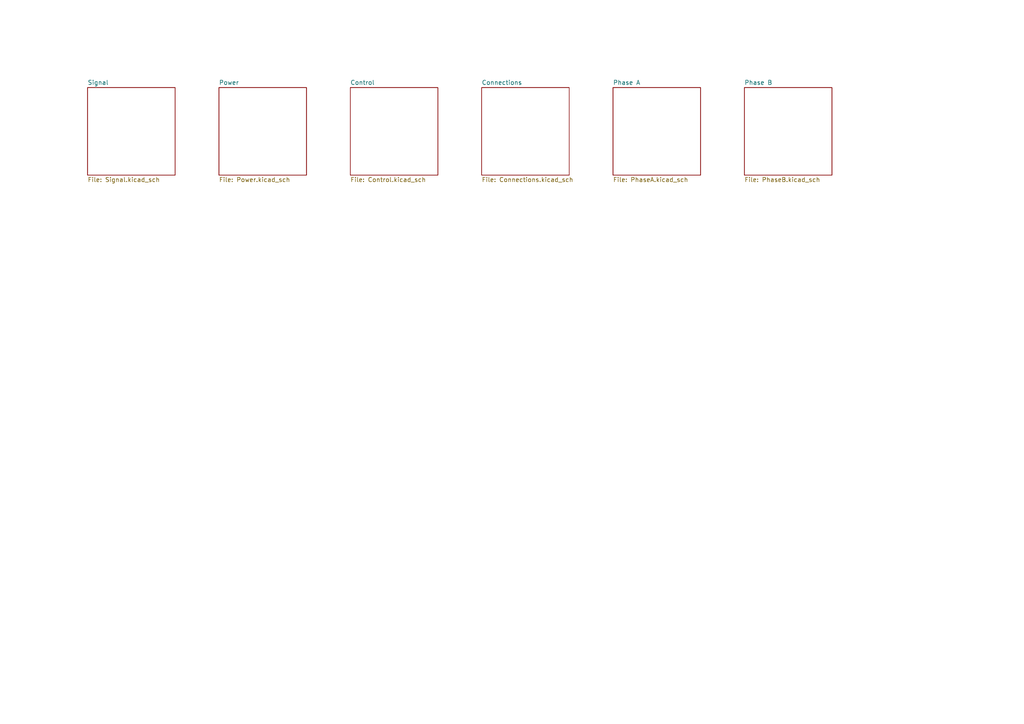
<source format=kicad_sch>
(kicad_sch
	(version 20250114)
	(generator "eeschema")
	(generator_version "9.0")
	(uuid "2b0bf6ef-6fb8-4b0f-8d72-c07d92ef1505")
	(paper "A4")
	(title_block
		(title "5kw Modular Traction Inverter Boost Converter")
		(date "2025-02-02")
		(rev "1")
		(company "Rail Vehicle Traction Inverter")
		(comment 1 "UCSC")
	)
	(lib_symbols)
	(sheet
		(at 101.6 25.4)
		(size 25.4 25.4)
		(exclude_from_sim no)
		(in_bom yes)
		(on_board yes)
		(dnp no)
		(fields_autoplaced yes)
		(stroke
			(width 0.1524)
			(type solid)
		)
		(fill
			(color 0 0 0 0.0000)
		)
		(uuid "37ee3ee0-aab0-4eff-92c8-47a0e2ab7113")
		(property "Sheetname" "Control"
			(at 101.6 24.6884 0)
			(effects
				(font
					(size 1.27 1.27)
				)
				(justify left bottom)
			)
		)
		(property "Sheetfile" "Control.kicad_sch"
			(at 101.6 51.3846 0)
			(effects
				(font
					(size 1.27 1.27)
				)
				(justify left top)
			)
		)
		(instances
			(project "InverterBoostConverter_v2"
				(path "/2b0bf6ef-6fb8-4b0f-8d72-c07d92ef1505"
					(page "4")
				)
			)
		)
	)
	(sheet
		(at 25.4 25.4)
		(size 25.4 25.4)
		(exclude_from_sim no)
		(in_bom yes)
		(on_board yes)
		(dnp no)
		(fields_autoplaced yes)
		(stroke
			(width 0.1524)
			(type solid)
		)
		(fill
			(color 0 0 0 0.0000)
		)
		(uuid "527e7d2b-3639-4aaf-83b8-d008756c8827")
		(property "Sheetname" "Signal"
			(at 25.4 24.6884 0)
			(effects
				(font
					(size 1.27 1.27)
				)
				(justify left bottom)
			)
		)
		(property "Sheetfile" "Signal.kicad_sch"
			(at 25.4 51.3846 0)
			(effects
				(font
					(size 1.27 1.27)
				)
				(justify left top)
			)
		)
		(instances
			(project "InverterBoostConverter_v2"
				(path "/2b0bf6ef-6fb8-4b0f-8d72-c07d92ef1505"
					(page "3")
				)
			)
		)
	)
	(sheet
		(at 215.9 25.4)
		(size 25.4 25.4)
		(exclude_from_sim no)
		(in_bom yes)
		(on_board yes)
		(dnp no)
		(fields_autoplaced yes)
		(stroke
			(width 0.1524)
			(type solid)
		)
		(fill
			(color 0 0 0 0.0000)
		)
		(uuid "6b8c86c7-5ef6-49d8-97f5-34ef0211a71f")
		(property "Sheetname" "Phase B"
			(at 215.9 24.6884 0)
			(effects
				(font
					(size 1.27 1.27)
				)
				(justify left bottom)
			)
		)
		(property "Sheetfile" "PhaseB.kicad_sch"
			(at 215.9 51.3846 0)
			(effects
				(font
					(size 1.27 1.27)
				)
				(justify left top)
			)
		)
		(instances
			(project "InverterBoostConverter_v2"
				(path "/2b0bf6ef-6fb8-4b0f-8d72-c07d92ef1505"
					(page "7")
				)
			)
		)
	)
	(sheet
		(at 139.7 25.4)
		(size 25.4 25.4)
		(exclude_from_sim no)
		(in_bom yes)
		(on_board yes)
		(dnp no)
		(fields_autoplaced yes)
		(stroke
			(width 0.1524)
			(type solid)
		)
		(fill
			(color 0 0 0 0.0000)
		)
		(uuid "82f7fab8-cbd5-42d4-beb1-f98996b2f032")
		(property "Sheetname" "Connections"
			(at 139.7 24.6884 0)
			(effects
				(font
					(size 1.27 1.27)
				)
				(justify left bottom)
			)
		)
		(property "Sheetfile" "Connections.kicad_sch"
			(at 139.7 51.3846 0)
			(effects
				(font
					(size 1.27 1.27)
				)
				(justify left top)
			)
		)
		(instances
			(project "InverterBoostConverter_v2"
				(path "/2b0bf6ef-6fb8-4b0f-8d72-c07d92ef1505"
					(page "5")
				)
			)
		)
	)
	(sheet
		(at 177.8 25.4)
		(size 25.4 25.4)
		(exclude_from_sim no)
		(in_bom yes)
		(on_board yes)
		(dnp no)
		(fields_autoplaced yes)
		(stroke
			(width 0.1524)
			(type solid)
		)
		(fill
			(color 0 0 0 0.0000)
		)
		(uuid "d364237d-c309-45a0-8ad7-401a789ba93d")
		(property "Sheetname" "Phase A"
			(at 177.8 24.6884 0)
			(effects
				(font
					(size 1.27 1.27)
				)
				(justify left bottom)
			)
		)
		(property "Sheetfile" "PhaseA.kicad_sch"
			(at 177.8 51.3846 0)
			(effects
				(font
					(size 1.27 1.27)
				)
				(justify left top)
			)
		)
		(instances
			(project "InverterBoostConverter_v2"
				(path "/2b0bf6ef-6fb8-4b0f-8d72-c07d92ef1505"
					(page "6")
				)
			)
		)
	)
	(sheet
		(at 63.5 25.4)
		(size 25.4 25.4)
		(exclude_from_sim no)
		(in_bom yes)
		(on_board yes)
		(dnp no)
		(fields_autoplaced yes)
		(stroke
			(width 0.1524)
			(type solid)
		)
		(fill
			(color 0 0 0 0.0000)
		)
		(uuid "ffe64959-1892-4d86-883d-faf1db434ad6")
		(property "Sheetname" "Power"
			(at 63.5 24.6884 0)
			(effects
				(font
					(size 1.27 1.27)
				)
				(justify left bottom)
			)
		)
		(property "Sheetfile" "Power.kicad_sch"
			(at 63.5 51.3846 0)
			(effects
				(font
					(size 1.27 1.27)
				)
				(justify left top)
			)
		)
		(instances
			(project "InverterBoostConverter_v2"
				(path "/2b0bf6ef-6fb8-4b0f-8d72-c07d92ef1505"
					(page "2")
				)
			)
		)
	)
	(sheet_instances
		(path "/"
			(page "1")
		)
	)
	(embedded_fonts no)
)

</source>
